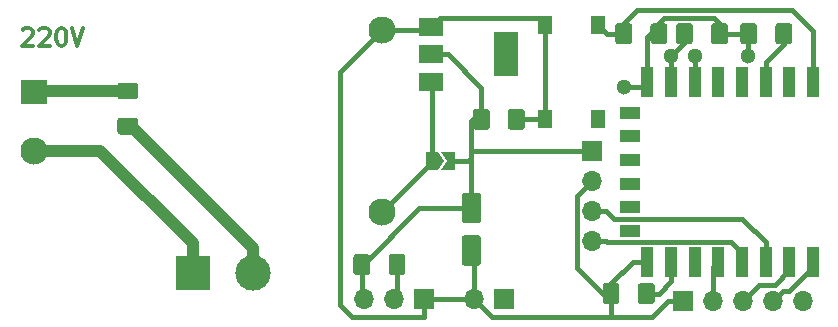
<source format=gbr>
G04 #@! TF.GenerationSoftware,KiCad,Pcbnew,(5.1.5-0-10_14)*
G04 #@! TF.CreationDate,2020-06-28T15:17:39+02:00*
G04 #@! TF.ProjectId,ESP8266-PowerMonitor,45535038-3236-4362-9d50-6f7765724d6f,rev?*
G04 #@! TF.SameCoordinates,Original*
G04 #@! TF.FileFunction,Copper,L1,Top*
G04 #@! TF.FilePolarity,Positive*
%FSLAX46Y46*%
G04 Gerber Fmt 4.6, Leading zero omitted, Abs format (unit mm)*
G04 Created by KiCad (PCBNEW (5.1.5-0-10_14)) date 2020-06-28 15:17:39*
%MOMM*%
%LPD*%
G04 APERTURE LIST*
%ADD10C,0.300000*%
%ADD11O,1.700000X1.700000*%
%ADD12R,1.700000X1.700000*%
%ADD13R,1.000000X2.500000*%
%ADD14R,1.800000X1.000000*%
%ADD15C,1.000000*%
%ADD16R,1.300000X1.550000*%
%ADD17R,2.000000X3.800000*%
%ADD18R,2.000000X1.500000*%
%ADD19R,3.000000X3.000000*%
%ADD20C,3.000000*%
%ADD21C,2.300000*%
%ADD22R,2.300000X2.000000*%
%ADD23C,1.300000*%
%ADD24C,0.400000*%
G04 APERTURE END LIST*
D10*
X109100000Y-93221428D02*
X109171428Y-93150000D01*
X109314285Y-93078571D01*
X109671428Y-93078571D01*
X109814285Y-93150000D01*
X109885714Y-93221428D01*
X109957142Y-93364285D01*
X109957142Y-93507142D01*
X109885714Y-93721428D01*
X109028571Y-94578571D01*
X109957142Y-94578571D01*
X110528571Y-93221428D02*
X110600000Y-93150000D01*
X110742857Y-93078571D01*
X111100000Y-93078571D01*
X111242857Y-93150000D01*
X111314285Y-93221428D01*
X111385714Y-93364285D01*
X111385714Y-93507142D01*
X111314285Y-93721428D01*
X110457142Y-94578571D01*
X111385714Y-94578571D01*
X112314285Y-93078571D02*
X112457142Y-93078571D01*
X112600000Y-93150000D01*
X112671428Y-93221428D01*
X112742857Y-93364285D01*
X112814285Y-93650000D01*
X112814285Y-94007142D01*
X112742857Y-94292857D01*
X112671428Y-94435714D01*
X112600000Y-94507142D01*
X112457142Y-94578571D01*
X112314285Y-94578571D01*
X112171428Y-94507142D01*
X112100000Y-94435714D01*
X112028571Y-94292857D01*
X111957142Y-94007142D01*
X111957142Y-93650000D01*
X112028571Y-93364285D01*
X112100000Y-93221428D01*
X112171428Y-93150000D01*
X112314285Y-93078571D01*
X113242857Y-93078571D02*
X113742857Y-94578571D01*
X114242857Y-93078571D01*
D11*
X157300000Y-111120000D03*
X157300000Y-108580000D03*
X157300000Y-106040000D03*
D12*
X157300000Y-103500000D03*
D13*
X176000000Y-97650000D03*
X174000000Y-97650000D03*
X172000000Y-97650000D03*
X170000000Y-97650000D03*
X168000000Y-97650000D03*
X166000000Y-97650000D03*
X164000000Y-97650000D03*
X162000000Y-97650000D03*
D14*
X160500000Y-100250000D03*
X160500000Y-102250000D03*
X160500000Y-104250000D03*
X160500000Y-106250000D03*
X160500000Y-108250000D03*
X160500000Y-110250000D03*
D13*
X162000000Y-112850000D03*
X164000000Y-112850000D03*
X166000000Y-112850000D03*
X168000000Y-112850000D03*
X170000000Y-112850000D03*
X172000000Y-112850000D03*
X174000000Y-112850000D03*
X176000000Y-112850000D03*
D12*
X165000000Y-116200000D03*
D11*
X167540000Y-116200000D03*
X170080000Y-116200000D03*
X172620000Y-116200000D03*
X175160000Y-116200000D03*
G04 #@! TA.AperFunction,SMDPad,CuDef*
D15*
G36*
X145700000Y-105050000D02*
G01*
X144550000Y-105050000D01*
X145050000Y-104300000D01*
X144550000Y-103550000D01*
X145700000Y-103550000D01*
X145700000Y-105050000D01*
G37*
G04 #@! TD.AperFunction*
G04 #@! TA.AperFunction,SMDPad,CuDef*
G36*
X144750000Y-104300000D02*
G01*
X144250000Y-105050000D01*
X143250000Y-105050000D01*
X143250000Y-103550000D01*
X144250000Y-103550000D01*
X144750000Y-104300000D01*
G37*
G04 #@! TD.AperFunction*
G04 #@! TA.AperFunction,SMDPad,CuDef*
G36*
X160487004Y-92676204D02*
G01*
X160511273Y-92679804D01*
X160535071Y-92685765D01*
X160558171Y-92694030D01*
X160580349Y-92704520D01*
X160601393Y-92717133D01*
X160621098Y-92731747D01*
X160639277Y-92748223D01*
X160655753Y-92766402D01*
X160670367Y-92786107D01*
X160682980Y-92807151D01*
X160693470Y-92829329D01*
X160701735Y-92852429D01*
X160707696Y-92876227D01*
X160711296Y-92900496D01*
X160712500Y-92925000D01*
X160712500Y-94175000D01*
X160711296Y-94199504D01*
X160707696Y-94223773D01*
X160701735Y-94247571D01*
X160693470Y-94270671D01*
X160682980Y-94292849D01*
X160670367Y-94313893D01*
X160655753Y-94333598D01*
X160639277Y-94351777D01*
X160621098Y-94368253D01*
X160601393Y-94382867D01*
X160580349Y-94395480D01*
X160558171Y-94405970D01*
X160535071Y-94414235D01*
X160511273Y-94420196D01*
X160487004Y-94423796D01*
X160462500Y-94425000D01*
X159537500Y-94425000D01*
X159512996Y-94423796D01*
X159488727Y-94420196D01*
X159464929Y-94414235D01*
X159441829Y-94405970D01*
X159419651Y-94395480D01*
X159398607Y-94382867D01*
X159378902Y-94368253D01*
X159360723Y-94351777D01*
X159344247Y-94333598D01*
X159329633Y-94313893D01*
X159317020Y-94292849D01*
X159306530Y-94270671D01*
X159298265Y-94247571D01*
X159292304Y-94223773D01*
X159288704Y-94199504D01*
X159287500Y-94175000D01*
X159287500Y-92925000D01*
X159288704Y-92900496D01*
X159292304Y-92876227D01*
X159298265Y-92852429D01*
X159306530Y-92829329D01*
X159317020Y-92807151D01*
X159329633Y-92786107D01*
X159344247Y-92766402D01*
X159360723Y-92748223D01*
X159378902Y-92731747D01*
X159398607Y-92717133D01*
X159419651Y-92704520D01*
X159441829Y-92694030D01*
X159464929Y-92685765D01*
X159488727Y-92679804D01*
X159512996Y-92676204D01*
X159537500Y-92675000D01*
X160462500Y-92675000D01*
X160487004Y-92676204D01*
G37*
G04 #@! TD.AperFunction*
G04 #@! TA.AperFunction,SMDPad,CuDef*
G36*
X163462004Y-92676204D02*
G01*
X163486273Y-92679804D01*
X163510071Y-92685765D01*
X163533171Y-92694030D01*
X163555349Y-92704520D01*
X163576393Y-92717133D01*
X163596098Y-92731747D01*
X163614277Y-92748223D01*
X163630753Y-92766402D01*
X163645367Y-92786107D01*
X163657980Y-92807151D01*
X163668470Y-92829329D01*
X163676735Y-92852429D01*
X163682696Y-92876227D01*
X163686296Y-92900496D01*
X163687500Y-92925000D01*
X163687500Y-94175000D01*
X163686296Y-94199504D01*
X163682696Y-94223773D01*
X163676735Y-94247571D01*
X163668470Y-94270671D01*
X163657980Y-94292849D01*
X163645367Y-94313893D01*
X163630753Y-94333598D01*
X163614277Y-94351777D01*
X163596098Y-94368253D01*
X163576393Y-94382867D01*
X163555349Y-94395480D01*
X163533171Y-94405970D01*
X163510071Y-94414235D01*
X163486273Y-94420196D01*
X163462004Y-94423796D01*
X163437500Y-94425000D01*
X162512500Y-94425000D01*
X162487996Y-94423796D01*
X162463727Y-94420196D01*
X162439929Y-94414235D01*
X162416829Y-94405970D01*
X162394651Y-94395480D01*
X162373607Y-94382867D01*
X162353902Y-94368253D01*
X162335723Y-94351777D01*
X162319247Y-94333598D01*
X162304633Y-94313893D01*
X162292020Y-94292849D01*
X162281530Y-94270671D01*
X162273265Y-94247571D01*
X162267304Y-94223773D01*
X162263704Y-94199504D01*
X162262500Y-94175000D01*
X162262500Y-92925000D01*
X162263704Y-92900496D01*
X162267304Y-92876227D01*
X162273265Y-92852429D01*
X162281530Y-92829329D01*
X162292020Y-92807151D01*
X162304633Y-92786107D01*
X162319247Y-92766402D01*
X162335723Y-92748223D01*
X162353902Y-92731747D01*
X162373607Y-92717133D01*
X162394651Y-92704520D01*
X162416829Y-92694030D01*
X162439929Y-92685765D01*
X162463727Y-92679804D01*
X162487996Y-92676204D01*
X162512500Y-92675000D01*
X163437500Y-92675000D01*
X163462004Y-92676204D01*
G37*
G04 #@! TD.AperFunction*
G04 #@! TA.AperFunction,SMDPad,CuDef*
G36*
X174037004Y-92676204D02*
G01*
X174061273Y-92679804D01*
X174085071Y-92685765D01*
X174108171Y-92694030D01*
X174130349Y-92704520D01*
X174151393Y-92717133D01*
X174171098Y-92731747D01*
X174189277Y-92748223D01*
X174205753Y-92766402D01*
X174220367Y-92786107D01*
X174232980Y-92807151D01*
X174243470Y-92829329D01*
X174251735Y-92852429D01*
X174257696Y-92876227D01*
X174261296Y-92900496D01*
X174262500Y-92925000D01*
X174262500Y-94175000D01*
X174261296Y-94199504D01*
X174257696Y-94223773D01*
X174251735Y-94247571D01*
X174243470Y-94270671D01*
X174232980Y-94292849D01*
X174220367Y-94313893D01*
X174205753Y-94333598D01*
X174189277Y-94351777D01*
X174171098Y-94368253D01*
X174151393Y-94382867D01*
X174130349Y-94395480D01*
X174108171Y-94405970D01*
X174085071Y-94414235D01*
X174061273Y-94420196D01*
X174037004Y-94423796D01*
X174012500Y-94425000D01*
X173087500Y-94425000D01*
X173062996Y-94423796D01*
X173038727Y-94420196D01*
X173014929Y-94414235D01*
X172991829Y-94405970D01*
X172969651Y-94395480D01*
X172948607Y-94382867D01*
X172928902Y-94368253D01*
X172910723Y-94351777D01*
X172894247Y-94333598D01*
X172879633Y-94313893D01*
X172867020Y-94292849D01*
X172856530Y-94270671D01*
X172848265Y-94247571D01*
X172842304Y-94223773D01*
X172838704Y-94199504D01*
X172837500Y-94175000D01*
X172837500Y-92925000D01*
X172838704Y-92900496D01*
X172842304Y-92876227D01*
X172848265Y-92852429D01*
X172856530Y-92829329D01*
X172867020Y-92807151D01*
X172879633Y-92786107D01*
X172894247Y-92766402D01*
X172910723Y-92748223D01*
X172928902Y-92731747D01*
X172948607Y-92717133D01*
X172969651Y-92704520D01*
X172991829Y-92694030D01*
X173014929Y-92685765D01*
X173038727Y-92679804D01*
X173062996Y-92676204D01*
X173087500Y-92675000D01*
X174012500Y-92675000D01*
X174037004Y-92676204D01*
G37*
G04 #@! TD.AperFunction*
G04 #@! TA.AperFunction,SMDPad,CuDef*
G36*
X171062004Y-92676204D02*
G01*
X171086273Y-92679804D01*
X171110071Y-92685765D01*
X171133171Y-92694030D01*
X171155349Y-92704520D01*
X171176393Y-92717133D01*
X171196098Y-92731747D01*
X171214277Y-92748223D01*
X171230753Y-92766402D01*
X171245367Y-92786107D01*
X171257980Y-92807151D01*
X171268470Y-92829329D01*
X171276735Y-92852429D01*
X171282696Y-92876227D01*
X171286296Y-92900496D01*
X171287500Y-92925000D01*
X171287500Y-94175000D01*
X171286296Y-94199504D01*
X171282696Y-94223773D01*
X171276735Y-94247571D01*
X171268470Y-94270671D01*
X171257980Y-94292849D01*
X171245367Y-94313893D01*
X171230753Y-94333598D01*
X171214277Y-94351777D01*
X171196098Y-94368253D01*
X171176393Y-94382867D01*
X171155349Y-94395480D01*
X171133171Y-94405970D01*
X171110071Y-94414235D01*
X171086273Y-94420196D01*
X171062004Y-94423796D01*
X171037500Y-94425000D01*
X170112500Y-94425000D01*
X170087996Y-94423796D01*
X170063727Y-94420196D01*
X170039929Y-94414235D01*
X170016829Y-94405970D01*
X169994651Y-94395480D01*
X169973607Y-94382867D01*
X169953902Y-94368253D01*
X169935723Y-94351777D01*
X169919247Y-94333598D01*
X169904633Y-94313893D01*
X169892020Y-94292849D01*
X169881530Y-94270671D01*
X169873265Y-94247571D01*
X169867304Y-94223773D01*
X169863704Y-94199504D01*
X169862500Y-94175000D01*
X169862500Y-92925000D01*
X169863704Y-92900496D01*
X169867304Y-92876227D01*
X169873265Y-92852429D01*
X169881530Y-92829329D01*
X169892020Y-92807151D01*
X169904633Y-92786107D01*
X169919247Y-92766402D01*
X169935723Y-92748223D01*
X169953902Y-92731747D01*
X169973607Y-92717133D01*
X169994651Y-92704520D01*
X170016829Y-92694030D01*
X170039929Y-92685765D01*
X170063727Y-92679804D01*
X170087996Y-92676204D01*
X170112500Y-92675000D01*
X171037500Y-92675000D01*
X171062004Y-92676204D01*
G37*
G04 #@! TD.AperFunction*
G04 #@! TA.AperFunction,SMDPad,CuDef*
G36*
X168587004Y-92676204D02*
G01*
X168611273Y-92679804D01*
X168635071Y-92685765D01*
X168658171Y-92694030D01*
X168680349Y-92704520D01*
X168701393Y-92717133D01*
X168721098Y-92731747D01*
X168739277Y-92748223D01*
X168755753Y-92766402D01*
X168770367Y-92786107D01*
X168782980Y-92807151D01*
X168793470Y-92829329D01*
X168801735Y-92852429D01*
X168807696Y-92876227D01*
X168811296Y-92900496D01*
X168812500Y-92925000D01*
X168812500Y-94175000D01*
X168811296Y-94199504D01*
X168807696Y-94223773D01*
X168801735Y-94247571D01*
X168793470Y-94270671D01*
X168782980Y-94292849D01*
X168770367Y-94313893D01*
X168755753Y-94333598D01*
X168739277Y-94351777D01*
X168721098Y-94368253D01*
X168701393Y-94382867D01*
X168680349Y-94395480D01*
X168658171Y-94405970D01*
X168635071Y-94414235D01*
X168611273Y-94420196D01*
X168587004Y-94423796D01*
X168562500Y-94425000D01*
X167637500Y-94425000D01*
X167612996Y-94423796D01*
X167588727Y-94420196D01*
X167564929Y-94414235D01*
X167541829Y-94405970D01*
X167519651Y-94395480D01*
X167498607Y-94382867D01*
X167478902Y-94368253D01*
X167460723Y-94351777D01*
X167444247Y-94333598D01*
X167429633Y-94313893D01*
X167417020Y-94292849D01*
X167406530Y-94270671D01*
X167398265Y-94247571D01*
X167392304Y-94223773D01*
X167388704Y-94199504D01*
X167387500Y-94175000D01*
X167387500Y-92925000D01*
X167388704Y-92900496D01*
X167392304Y-92876227D01*
X167398265Y-92852429D01*
X167406530Y-92829329D01*
X167417020Y-92807151D01*
X167429633Y-92786107D01*
X167444247Y-92766402D01*
X167460723Y-92748223D01*
X167478902Y-92731747D01*
X167498607Y-92717133D01*
X167519651Y-92704520D01*
X167541829Y-92694030D01*
X167564929Y-92685765D01*
X167588727Y-92679804D01*
X167612996Y-92676204D01*
X167637500Y-92675000D01*
X168562500Y-92675000D01*
X168587004Y-92676204D01*
G37*
G04 #@! TD.AperFunction*
G04 #@! TA.AperFunction,SMDPad,CuDef*
G36*
X165612004Y-92676204D02*
G01*
X165636273Y-92679804D01*
X165660071Y-92685765D01*
X165683171Y-92694030D01*
X165705349Y-92704520D01*
X165726393Y-92717133D01*
X165746098Y-92731747D01*
X165764277Y-92748223D01*
X165780753Y-92766402D01*
X165795367Y-92786107D01*
X165807980Y-92807151D01*
X165818470Y-92829329D01*
X165826735Y-92852429D01*
X165832696Y-92876227D01*
X165836296Y-92900496D01*
X165837500Y-92925000D01*
X165837500Y-94175000D01*
X165836296Y-94199504D01*
X165832696Y-94223773D01*
X165826735Y-94247571D01*
X165818470Y-94270671D01*
X165807980Y-94292849D01*
X165795367Y-94313893D01*
X165780753Y-94333598D01*
X165764277Y-94351777D01*
X165746098Y-94368253D01*
X165726393Y-94382867D01*
X165705349Y-94395480D01*
X165683171Y-94405970D01*
X165660071Y-94414235D01*
X165636273Y-94420196D01*
X165612004Y-94423796D01*
X165587500Y-94425000D01*
X164662500Y-94425000D01*
X164637996Y-94423796D01*
X164613727Y-94420196D01*
X164589929Y-94414235D01*
X164566829Y-94405970D01*
X164544651Y-94395480D01*
X164523607Y-94382867D01*
X164503902Y-94368253D01*
X164485723Y-94351777D01*
X164469247Y-94333598D01*
X164454633Y-94313893D01*
X164442020Y-94292849D01*
X164431530Y-94270671D01*
X164423265Y-94247571D01*
X164417304Y-94223773D01*
X164413704Y-94199504D01*
X164412500Y-94175000D01*
X164412500Y-92925000D01*
X164413704Y-92900496D01*
X164417304Y-92876227D01*
X164423265Y-92852429D01*
X164431530Y-92829329D01*
X164442020Y-92807151D01*
X164454633Y-92786107D01*
X164469247Y-92766402D01*
X164485723Y-92748223D01*
X164503902Y-92731747D01*
X164523607Y-92717133D01*
X164544651Y-92704520D01*
X164566829Y-92694030D01*
X164589929Y-92685765D01*
X164613727Y-92679804D01*
X164637996Y-92676204D01*
X164662500Y-92675000D01*
X165587500Y-92675000D01*
X165612004Y-92676204D01*
G37*
G04 #@! TD.AperFunction*
G04 #@! TA.AperFunction,SMDPad,CuDef*
G36*
X162387004Y-114676204D02*
G01*
X162411273Y-114679804D01*
X162435071Y-114685765D01*
X162458171Y-114694030D01*
X162480349Y-114704520D01*
X162501393Y-114717133D01*
X162521098Y-114731747D01*
X162539277Y-114748223D01*
X162555753Y-114766402D01*
X162570367Y-114786107D01*
X162582980Y-114807151D01*
X162593470Y-114829329D01*
X162601735Y-114852429D01*
X162607696Y-114876227D01*
X162611296Y-114900496D01*
X162612500Y-114925000D01*
X162612500Y-116175000D01*
X162611296Y-116199504D01*
X162607696Y-116223773D01*
X162601735Y-116247571D01*
X162593470Y-116270671D01*
X162582980Y-116292849D01*
X162570367Y-116313893D01*
X162555753Y-116333598D01*
X162539277Y-116351777D01*
X162521098Y-116368253D01*
X162501393Y-116382867D01*
X162480349Y-116395480D01*
X162458171Y-116405970D01*
X162435071Y-116414235D01*
X162411273Y-116420196D01*
X162387004Y-116423796D01*
X162362500Y-116425000D01*
X161437500Y-116425000D01*
X161412996Y-116423796D01*
X161388727Y-116420196D01*
X161364929Y-116414235D01*
X161341829Y-116405970D01*
X161319651Y-116395480D01*
X161298607Y-116382867D01*
X161278902Y-116368253D01*
X161260723Y-116351777D01*
X161244247Y-116333598D01*
X161229633Y-116313893D01*
X161217020Y-116292849D01*
X161206530Y-116270671D01*
X161198265Y-116247571D01*
X161192304Y-116223773D01*
X161188704Y-116199504D01*
X161187500Y-116175000D01*
X161187500Y-114925000D01*
X161188704Y-114900496D01*
X161192304Y-114876227D01*
X161198265Y-114852429D01*
X161206530Y-114829329D01*
X161217020Y-114807151D01*
X161229633Y-114786107D01*
X161244247Y-114766402D01*
X161260723Y-114748223D01*
X161278902Y-114731747D01*
X161298607Y-114717133D01*
X161319651Y-114704520D01*
X161341829Y-114694030D01*
X161364929Y-114685765D01*
X161388727Y-114679804D01*
X161412996Y-114676204D01*
X161437500Y-114675000D01*
X162362500Y-114675000D01*
X162387004Y-114676204D01*
G37*
G04 #@! TD.AperFunction*
G04 #@! TA.AperFunction,SMDPad,CuDef*
G36*
X159412004Y-114676204D02*
G01*
X159436273Y-114679804D01*
X159460071Y-114685765D01*
X159483171Y-114694030D01*
X159505349Y-114704520D01*
X159526393Y-114717133D01*
X159546098Y-114731747D01*
X159564277Y-114748223D01*
X159580753Y-114766402D01*
X159595367Y-114786107D01*
X159607980Y-114807151D01*
X159618470Y-114829329D01*
X159626735Y-114852429D01*
X159632696Y-114876227D01*
X159636296Y-114900496D01*
X159637500Y-114925000D01*
X159637500Y-116175000D01*
X159636296Y-116199504D01*
X159632696Y-116223773D01*
X159626735Y-116247571D01*
X159618470Y-116270671D01*
X159607980Y-116292849D01*
X159595367Y-116313893D01*
X159580753Y-116333598D01*
X159564277Y-116351777D01*
X159546098Y-116368253D01*
X159526393Y-116382867D01*
X159505349Y-116395480D01*
X159483171Y-116405970D01*
X159460071Y-116414235D01*
X159436273Y-116420196D01*
X159412004Y-116423796D01*
X159387500Y-116425000D01*
X158462500Y-116425000D01*
X158437996Y-116423796D01*
X158413727Y-116420196D01*
X158389929Y-116414235D01*
X158366829Y-116405970D01*
X158344651Y-116395480D01*
X158323607Y-116382867D01*
X158303902Y-116368253D01*
X158285723Y-116351777D01*
X158269247Y-116333598D01*
X158254633Y-116313893D01*
X158242020Y-116292849D01*
X158231530Y-116270671D01*
X158223265Y-116247571D01*
X158217304Y-116223773D01*
X158213704Y-116199504D01*
X158212500Y-116175000D01*
X158212500Y-114925000D01*
X158213704Y-114900496D01*
X158217304Y-114876227D01*
X158223265Y-114852429D01*
X158231530Y-114829329D01*
X158242020Y-114807151D01*
X158254633Y-114786107D01*
X158269247Y-114766402D01*
X158285723Y-114748223D01*
X158303902Y-114731747D01*
X158323607Y-114717133D01*
X158344651Y-114704520D01*
X158366829Y-114694030D01*
X158389929Y-114685765D01*
X158413727Y-114679804D01*
X158437996Y-114676204D01*
X158462500Y-114675000D01*
X159387500Y-114675000D01*
X159412004Y-114676204D01*
G37*
G04 #@! TD.AperFunction*
D16*
X153350000Y-92825000D03*
X157850000Y-92825000D03*
X157850000Y-100775000D03*
X153350000Y-100775000D03*
D17*
X150000000Y-95300000D03*
D18*
X143700000Y-95300000D03*
X143700000Y-97600000D03*
X143700000Y-93000000D03*
D12*
X143050000Y-116050000D03*
D11*
X140510000Y-116050000D03*
X137970000Y-116050000D03*
G04 #@! TA.AperFunction,SMDPad,CuDef*
D15*
G36*
X147674504Y-107001204D02*
G01*
X147698773Y-107004804D01*
X147722571Y-107010765D01*
X147745671Y-107019030D01*
X147767849Y-107029520D01*
X147788893Y-107042133D01*
X147808598Y-107056747D01*
X147826777Y-107073223D01*
X147843253Y-107091402D01*
X147857867Y-107111107D01*
X147870480Y-107132151D01*
X147880970Y-107154329D01*
X147889235Y-107177429D01*
X147895196Y-107201227D01*
X147898796Y-107225496D01*
X147900000Y-107250000D01*
X147900000Y-109350000D01*
X147898796Y-109374504D01*
X147895196Y-109398773D01*
X147889235Y-109422571D01*
X147880970Y-109445671D01*
X147870480Y-109467849D01*
X147857867Y-109488893D01*
X147843253Y-109508598D01*
X147826777Y-109526777D01*
X147808598Y-109543253D01*
X147788893Y-109557867D01*
X147767849Y-109570480D01*
X147745671Y-109580970D01*
X147722571Y-109589235D01*
X147698773Y-109595196D01*
X147674504Y-109598796D01*
X147650000Y-109600000D01*
X146550000Y-109600000D01*
X146525496Y-109598796D01*
X146501227Y-109595196D01*
X146477429Y-109589235D01*
X146454329Y-109580970D01*
X146432151Y-109570480D01*
X146411107Y-109557867D01*
X146391402Y-109543253D01*
X146373223Y-109526777D01*
X146356747Y-109508598D01*
X146342133Y-109488893D01*
X146329520Y-109467849D01*
X146319030Y-109445671D01*
X146310765Y-109422571D01*
X146304804Y-109398773D01*
X146301204Y-109374504D01*
X146300000Y-109350000D01*
X146300000Y-107250000D01*
X146301204Y-107225496D01*
X146304804Y-107201227D01*
X146310765Y-107177429D01*
X146319030Y-107154329D01*
X146329520Y-107132151D01*
X146342133Y-107111107D01*
X146356747Y-107091402D01*
X146373223Y-107073223D01*
X146391402Y-107056747D01*
X146411107Y-107042133D01*
X146432151Y-107029520D01*
X146454329Y-107019030D01*
X146477429Y-107010765D01*
X146501227Y-107004804D01*
X146525496Y-107001204D01*
X146550000Y-107000000D01*
X147650000Y-107000000D01*
X147674504Y-107001204D01*
G37*
G04 #@! TD.AperFunction*
G04 #@! TA.AperFunction,SMDPad,CuDef*
G36*
X147674504Y-110601204D02*
G01*
X147698773Y-110604804D01*
X147722571Y-110610765D01*
X147745671Y-110619030D01*
X147767849Y-110629520D01*
X147788893Y-110642133D01*
X147808598Y-110656747D01*
X147826777Y-110673223D01*
X147843253Y-110691402D01*
X147857867Y-110711107D01*
X147870480Y-110732151D01*
X147880970Y-110754329D01*
X147889235Y-110777429D01*
X147895196Y-110801227D01*
X147898796Y-110825496D01*
X147900000Y-110850000D01*
X147900000Y-112950000D01*
X147898796Y-112974504D01*
X147895196Y-112998773D01*
X147889235Y-113022571D01*
X147880970Y-113045671D01*
X147870480Y-113067849D01*
X147857867Y-113088893D01*
X147843253Y-113108598D01*
X147826777Y-113126777D01*
X147808598Y-113143253D01*
X147788893Y-113157867D01*
X147767849Y-113170480D01*
X147745671Y-113180970D01*
X147722571Y-113189235D01*
X147698773Y-113195196D01*
X147674504Y-113198796D01*
X147650000Y-113200000D01*
X146550000Y-113200000D01*
X146525496Y-113198796D01*
X146501227Y-113195196D01*
X146477429Y-113189235D01*
X146454329Y-113180970D01*
X146432151Y-113170480D01*
X146411107Y-113157867D01*
X146391402Y-113143253D01*
X146373223Y-113126777D01*
X146356747Y-113108598D01*
X146342133Y-113088893D01*
X146329520Y-113067849D01*
X146319030Y-113045671D01*
X146310765Y-113022571D01*
X146304804Y-112998773D01*
X146301204Y-112974504D01*
X146300000Y-112950000D01*
X146300000Y-110850000D01*
X146301204Y-110825496D01*
X146304804Y-110801227D01*
X146310765Y-110777429D01*
X146319030Y-110754329D01*
X146329520Y-110732151D01*
X146342133Y-110711107D01*
X146356747Y-110691402D01*
X146373223Y-110673223D01*
X146391402Y-110656747D01*
X146411107Y-110642133D01*
X146432151Y-110629520D01*
X146454329Y-110619030D01*
X146477429Y-110610765D01*
X146501227Y-110604804D01*
X146525496Y-110601204D01*
X146550000Y-110600000D01*
X147650000Y-110600000D01*
X147674504Y-110601204D01*
G37*
G04 #@! TD.AperFunction*
G04 #@! TA.AperFunction,SMDPad,CuDef*
G36*
X151387004Y-99926204D02*
G01*
X151411273Y-99929804D01*
X151435071Y-99935765D01*
X151458171Y-99944030D01*
X151480349Y-99954520D01*
X151501393Y-99967133D01*
X151521098Y-99981747D01*
X151539277Y-99998223D01*
X151555753Y-100016402D01*
X151570367Y-100036107D01*
X151582980Y-100057151D01*
X151593470Y-100079329D01*
X151601735Y-100102429D01*
X151607696Y-100126227D01*
X151611296Y-100150496D01*
X151612500Y-100175000D01*
X151612500Y-101425000D01*
X151611296Y-101449504D01*
X151607696Y-101473773D01*
X151601735Y-101497571D01*
X151593470Y-101520671D01*
X151582980Y-101542849D01*
X151570367Y-101563893D01*
X151555753Y-101583598D01*
X151539277Y-101601777D01*
X151521098Y-101618253D01*
X151501393Y-101632867D01*
X151480349Y-101645480D01*
X151458171Y-101655970D01*
X151435071Y-101664235D01*
X151411273Y-101670196D01*
X151387004Y-101673796D01*
X151362500Y-101675000D01*
X150437500Y-101675000D01*
X150412996Y-101673796D01*
X150388727Y-101670196D01*
X150364929Y-101664235D01*
X150341829Y-101655970D01*
X150319651Y-101645480D01*
X150298607Y-101632867D01*
X150278902Y-101618253D01*
X150260723Y-101601777D01*
X150244247Y-101583598D01*
X150229633Y-101563893D01*
X150217020Y-101542849D01*
X150206530Y-101520671D01*
X150198265Y-101497571D01*
X150192304Y-101473773D01*
X150188704Y-101449504D01*
X150187500Y-101425000D01*
X150187500Y-100175000D01*
X150188704Y-100150496D01*
X150192304Y-100126227D01*
X150198265Y-100102429D01*
X150206530Y-100079329D01*
X150217020Y-100057151D01*
X150229633Y-100036107D01*
X150244247Y-100016402D01*
X150260723Y-99998223D01*
X150278902Y-99981747D01*
X150298607Y-99967133D01*
X150319651Y-99954520D01*
X150341829Y-99944030D01*
X150364929Y-99935765D01*
X150388727Y-99929804D01*
X150412996Y-99926204D01*
X150437500Y-99925000D01*
X151362500Y-99925000D01*
X151387004Y-99926204D01*
G37*
G04 #@! TD.AperFunction*
G04 #@! TA.AperFunction,SMDPad,CuDef*
G36*
X148412004Y-99926204D02*
G01*
X148436273Y-99929804D01*
X148460071Y-99935765D01*
X148483171Y-99944030D01*
X148505349Y-99954520D01*
X148526393Y-99967133D01*
X148546098Y-99981747D01*
X148564277Y-99998223D01*
X148580753Y-100016402D01*
X148595367Y-100036107D01*
X148607980Y-100057151D01*
X148618470Y-100079329D01*
X148626735Y-100102429D01*
X148632696Y-100126227D01*
X148636296Y-100150496D01*
X148637500Y-100175000D01*
X148637500Y-101425000D01*
X148636296Y-101449504D01*
X148632696Y-101473773D01*
X148626735Y-101497571D01*
X148618470Y-101520671D01*
X148607980Y-101542849D01*
X148595367Y-101563893D01*
X148580753Y-101583598D01*
X148564277Y-101601777D01*
X148546098Y-101618253D01*
X148526393Y-101632867D01*
X148505349Y-101645480D01*
X148483171Y-101655970D01*
X148460071Y-101664235D01*
X148436273Y-101670196D01*
X148412004Y-101673796D01*
X148387500Y-101675000D01*
X147462500Y-101675000D01*
X147437996Y-101673796D01*
X147413727Y-101670196D01*
X147389929Y-101664235D01*
X147366829Y-101655970D01*
X147344651Y-101645480D01*
X147323607Y-101632867D01*
X147303902Y-101618253D01*
X147285723Y-101601777D01*
X147269247Y-101583598D01*
X147254633Y-101563893D01*
X147242020Y-101542849D01*
X147231530Y-101520671D01*
X147223265Y-101497571D01*
X147217304Y-101473773D01*
X147213704Y-101449504D01*
X147212500Y-101425000D01*
X147212500Y-100175000D01*
X147213704Y-100150496D01*
X147217304Y-100126227D01*
X147223265Y-100102429D01*
X147231530Y-100079329D01*
X147242020Y-100057151D01*
X147254633Y-100036107D01*
X147269247Y-100016402D01*
X147285723Y-99998223D01*
X147303902Y-99981747D01*
X147323607Y-99967133D01*
X147344651Y-99954520D01*
X147366829Y-99944030D01*
X147389929Y-99935765D01*
X147413727Y-99929804D01*
X147437996Y-99926204D01*
X147462500Y-99925000D01*
X148387500Y-99925000D01*
X148412004Y-99926204D01*
G37*
G04 #@! TD.AperFunction*
D12*
X149900000Y-116000000D03*
D11*
X147360000Y-116000000D03*
G04 #@! TA.AperFunction,SMDPad,CuDef*
D15*
G36*
X141287004Y-112226204D02*
G01*
X141311273Y-112229804D01*
X141335071Y-112235765D01*
X141358171Y-112244030D01*
X141380349Y-112254520D01*
X141401393Y-112267133D01*
X141421098Y-112281747D01*
X141439277Y-112298223D01*
X141455753Y-112316402D01*
X141470367Y-112336107D01*
X141482980Y-112357151D01*
X141493470Y-112379329D01*
X141501735Y-112402429D01*
X141507696Y-112426227D01*
X141511296Y-112450496D01*
X141512500Y-112475000D01*
X141512500Y-113725000D01*
X141511296Y-113749504D01*
X141507696Y-113773773D01*
X141501735Y-113797571D01*
X141493470Y-113820671D01*
X141482980Y-113842849D01*
X141470367Y-113863893D01*
X141455753Y-113883598D01*
X141439277Y-113901777D01*
X141421098Y-113918253D01*
X141401393Y-113932867D01*
X141380349Y-113945480D01*
X141358171Y-113955970D01*
X141335071Y-113964235D01*
X141311273Y-113970196D01*
X141287004Y-113973796D01*
X141262500Y-113975000D01*
X140337500Y-113975000D01*
X140312996Y-113973796D01*
X140288727Y-113970196D01*
X140264929Y-113964235D01*
X140241829Y-113955970D01*
X140219651Y-113945480D01*
X140198607Y-113932867D01*
X140178902Y-113918253D01*
X140160723Y-113901777D01*
X140144247Y-113883598D01*
X140129633Y-113863893D01*
X140117020Y-113842849D01*
X140106530Y-113820671D01*
X140098265Y-113797571D01*
X140092304Y-113773773D01*
X140088704Y-113749504D01*
X140087500Y-113725000D01*
X140087500Y-112475000D01*
X140088704Y-112450496D01*
X140092304Y-112426227D01*
X140098265Y-112402429D01*
X140106530Y-112379329D01*
X140117020Y-112357151D01*
X140129633Y-112336107D01*
X140144247Y-112316402D01*
X140160723Y-112298223D01*
X140178902Y-112281747D01*
X140198607Y-112267133D01*
X140219651Y-112254520D01*
X140241829Y-112244030D01*
X140264929Y-112235765D01*
X140288727Y-112229804D01*
X140312996Y-112226204D01*
X140337500Y-112225000D01*
X141262500Y-112225000D01*
X141287004Y-112226204D01*
G37*
G04 #@! TD.AperFunction*
G04 #@! TA.AperFunction,SMDPad,CuDef*
G36*
X138312004Y-112226204D02*
G01*
X138336273Y-112229804D01*
X138360071Y-112235765D01*
X138383171Y-112244030D01*
X138405349Y-112254520D01*
X138426393Y-112267133D01*
X138446098Y-112281747D01*
X138464277Y-112298223D01*
X138480753Y-112316402D01*
X138495367Y-112336107D01*
X138507980Y-112357151D01*
X138518470Y-112379329D01*
X138526735Y-112402429D01*
X138532696Y-112426227D01*
X138536296Y-112450496D01*
X138537500Y-112475000D01*
X138537500Y-113725000D01*
X138536296Y-113749504D01*
X138532696Y-113773773D01*
X138526735Y-113797571D01*
X138518470Y-113820671D01*
X138507980Y-113842849D01*
X138495367Y-113863893D01*
X138480753Y-113883598D01*
X138464277Y-113901777D01*
X138446098Y-113918253D01*
X138426393Y-113932867D01*
X138405349Y-113945480D01*
X138383171Y-113955970D01*
X138360071Y-113964235D01*
X138336273Y-113970196D01*
X138312004Y-113973796D01*
X138287500Y-113975000D01*
X137362500Y-113975000D01*
X137337996Y-113973796D01*
X137313727Y-113970196D01*
X137289929Y-113964235D01*
X137266829Y-113955970D01*
X137244651Y-113945480D01*
X137223607Y-113932867D01*
X137203902Y-113918253D01*
X137185723Y-113901777D01*
X137169247Y-113883598D01*
X137154633Y-113863893D01*
X137142020Y-113842849D01*
X137131530Y-113820671D01*
X137123265Y-113797571D01*
X137117304Y-113773773D01*
X137113704Y-113749504D01*
X137112500Y-113725000D01*
X137112500Y-112475000D01*
X137113704Y-112450496D01*
X137117304Y-112426227D01*
X137123265Y-112402429D01*
X137131530Y-112379329D01*
X137142020Y-112357151D01*
X137154633Y-112336107D01*
X137169247Y-112316402D01*
X137185723Y-112298223D01*
X137203902Y-112281747D01*
X137223607Y-112267133D01*
X137244651Y-112254520D01*
X137266829Y-112244030D01*
X137289929Y-112235765D01*
X137313727Y-112229804D01*
X137337996Y-112226204D01*
X137362500Y-112225000D01*
X138287500Y-112225000D01*
X138312004Y-112226204D01*
G37*
G04 #@! TD.AperFunction*
G04 #@! TA.AperFunction,SMDPad,CuDef*
G36*
X118649504Y-97688704D02*
G01*
X118673773Y-97692304D01*
X118697571Y-97698265D01*
X118720671Y-97706530D01*
X118742849Y-97717020D01*
X118763893Y-97729633D01*
X118783598Y-97744247D01*
X118801777Y-97760723D01*
X118818253Y-97778902D01*
X118832867Y-97798607D01*
X118845480Y-97819651D01*
X118855970Y-97841829D01*
X118864235Y-97864929D01*
X118870196Y-97888727D01*
X118873796Y-97912996D01*
X118875000Y-97937500D01*
X118875000Y-98862500D01*
X118873796Y-98887004D01*
X118870196Y-98911273D01*
X118864235Y-98935071D01*
X118855970Y-98958171D01*
X118845480Y-98980349D01*
X118832867Y-99001393D01*
X118818253Y-99021098D01*
X118801777Y-99039277D01*
X118783598Y-99055753D01*
X118763893Y-99070367D01*
X118742849Y-99082980D01*
X118720671Y-99093470D01*
X118697571Y-99101735D01*
X118673773Y-99107696D01*
X118649504Y-99111296D01*
X118625000Y-99112500D01*
X117375000Y-99112500D01*
X117350496Y-99111296D01*
X117326227Y-99107696D01*
X117302429Y-99101735D01*
X117279329Y-99093470D01*
X117257151Y-99082980D01*
X117236107Y-99070367D01*
X117216402Y-99055753D01*
X117198223Y-99039277D01*
X117181747Y-99021098D01*
X117167133Y-99001393D01*
X117154520Y-98980349D01*
X117144030Y-98958171D01*
X117135765Y-98935071D01*
X117129804Y-98911273D01*
X117126204Y-98887004D01*
X117125000Y-98862500D01*
X117125000Y-97937500D01*
X117126204Y-97912996D01*
X117129804Y-97888727D01*
X117135765Y-97864929D01*
X117144030Y-97841829D01*
X117154520Y-97819651D01*
X117167133Y-97798607D01*
X117181747Y-97778902D01*
X117198223Y-97760723D01*
X117216402Y-97744247D01*
X117236107Y-97729633D01*
X117257151Y-97717020D01*
X117279329Y-97706530D01*
X117302429Y-97698265D01*
X117326227Y-97692304D01*
X117350496Y-97688704D01*
X117375000Y-97687500D01*
X118625000Y-97687500D01*
X118649504Y-97688704D01*
G37*
G04 #@! TD.AperFunction*
G04 #@! TA.AperFunction,SMDPad,CuDef*
G36*
X118649504Y-100663704D02*
G01*
X118673773Y-100667304D01*
X118697571Y-100673265D01*
X118720671Y-100681530D01*
X118742849Y-100692020D01*
X118763893Y-100704633D01*
X118783598Y-100719247D01*
X118801777Y-100735723D01*
X118818253Y-100753902D01*
X118832867Y-100773607D01*
X118845480Y-100794651D01*
X118855970Y-100816829D01*
X118864235Y-100839929D01*
X118870196Y-100863727D01*
X118873796Y-100887996D01*
X118875000Y-100912500D01*
X118875000Y-101837500D01*
X118873796Y-101862004D01*
X118870196Y-101886273D01*
X118864235Y-101910071D01*
X118855970Y-101933171D01*
X118845480Y-101955349D01*
X118832867Y-101976393D01*
X118818253Y-101996098D01*
X118801777Y-102014277D01*
X118783598Y-102030753D01*
X118763893Y-102045367D01*
X118742849Y-102057980D01*
X118720671Y-102068470D01*
X118697571Y-102076735D01*
X118673773Y-102082696D01*
X118649504Y-102086296D01*
X118625000Y-102087500D01*
X117375000Y-102087500D01*
X117350496Y-102086296D01*
X117326227Y-102082696D01*
X117302429Y-102076735D01*
X117279329Y-102068470D01*
X117257151Y-102057980D01*
X117236107Y-102045367D01*
X117216402Y-102030753D01*
X117198223Y-102014277D01*
X117181747Y-101996098D01*
X117167133Y-101976393D01*
X117154520Y-101955349D01*
X117144030Y-101933171D01*
X117135765Y-101910071D01*
X117129804Y-101886273D01*
X117126204Y-101862004D01*
X117125000Y-101837500D01*
X117125000Y-100912500D01*
X117126204Y-100887996D01*
X117129804Y-100863727D01*
X117135765Y-100839929D01*
X117144030Y-100816829D01*
X117154520Y-100794651D01*
X117167133Y-100773607D01*
X117181747Y-100753902D01*
X117198223Y-100735723D01*
X117216402Y-100719247D01*
X117236107Y-100704633D01*
X117257151Y-100692020D01*
X117279329Y-100681530D01*
X117302429Y-100673265D01*
X117326227Y-100667304D01*
X117350496Y-100663704D01*
X117375000Y-100662500D01*
X118625000Y-100662500D01*
X118649504Y-100663704D01*
G37*
G04 #@! TD.AperFunction*
D19*
X123500000Y-113800000D03*
D20*
X128580000Y-113800000D03*
D21*
X139500000Y-93250000D03*
D22*
X110100000Y-98450000D03*
D21*
X110100000Y-103450000D03*
X139500000Y-108650000D03*
D23*
X170550000Y-95400000D03*
X160050000Y-98050000D03*
X164000000Y-95450000D03*
X166000000Y-95400000D03*
D24*
X143450000Y-93250000D02*
X143700000Y-93000000D01*
X139500000Y-93250000D02*
X143450000Y-93250000D01*
X152775000Y-92250000D02*
X153350000Y-92825000D01*
X144450000Y-92250000D02*
X152775000Y-92250000D01*
X143700000Y-93000000D02*
X144450000Y-92250000D01*
X153325000Y-100800000D02*
X153350000Y-100775000D01*
X150900000Y-100800000D02*
X153325000Y-100800000D01*
X147310000Y-116050000D02*
X147360000Y-116000000D01*
X143050000Y-116050000D02*
X147310000Y-116050000D01*
X163750000Y-116200000D02*
X165000000Y-116200000D01*
X162425010Y-117524990D02*
X163750000Y-116200000D01*
X147360000Y-116000000D02*
X148884990Y-117524990D01*
X158925000Y-117524980D02*
X158925000Y-115550000D01*
X158924990Y-117524990D02*
X158925000Y-117524980D01*
X148884990Y-117524990D02*
X158924990Y-117524990D01*
X158924990Y-117524990D02*
X162425010Y-117524990D01*
X161100000Y-112850000D02*
X162000000Y-112850000D01*
X160750000Y-112850000D02*
X161100000Y-112850000D01*
X158925000Y-114675000D02*
X160750000Y-112850000D01*
X158925000Y-115550000D02*
X158925000Y-114675000D01*
X138350001Y-94399999D02*
X139500000Y-93250000D01*
X143050000Y-116050000D02*
X143049999Y-117524990D01*
X135950000Y-116500000D02*
X135950000Y-96800000D01*
X135950000Y-96800000D02*
X138350001Y-94399999D01*
X136974990Y-117524990D02*
X135950000Y-116500000D01*
X143049999Y-117524990D02*
X136974990Y-117524990D01*
X147360000Y-112160000D02*
X147100000Y-111900000D01*
X147360000Y-116000000D02*
X147360000Y-112160000D01*
X156450001Y-106889999D02*
X157300000Y-106040000D01*
X156049999Y-113387499D02*
X156049999Y-107290001D01*
X156049999Y-107290001D02*
X156450001Y-106889999D01*
X158212500Y-115550000D02*
X156049999Y-113387499D01*
X158925000Y-115550000D02*
X158212500Y-115550000D01*
X153350000Y-100900000D02*
X153350000Y-100775000D01*
X153350000Y-100775000D02*
X153350000Y-92825000D01*
X143750000Y-104400000D02*
X143750000Y-104300000D01*
X139500000Y-108650000D02*
X143750000Y-104400000D01*
X143750000Y-97650000D02*
X143700000Y-97600000D01*
X143750000Y-104300000D02*
X143750000Y-97650000D01*
X168100000Y-93550000D02*
X170575000Y-93550000D01*
X168100000Y-92675000D02*
X168100000Y-93550000D01*
X167625000Y-92200000D02*
X168100000Y-92675000D01*
X163400000Y-92200000D02*
X167625000Y-92200000D01*
X162975000Y-92625000D02*
X163400000Y-92200000D01*
X162975000Y-93550000D02*
X162975000Y-92625000D01*
X162262500Y-93550000D02*
X162975000Y-93550000D01*
X162000000Y-93812500D02*
X162262500Y-93550000D01*
X162000000Y-97650000D02*
X162000000Y-93812500D01*
X170550000Y-93575000D02*
X170575000Y-93550000D01*
X170550000Y-95400000D02*
X170550000Y-93575000D01*
X137825000Y-115905000D02*
X137970000Y-116050000D01*
X137825000Y-113100000D02*
X137825000Y-115905000D01*
X147212500Y-100800000D02*
X147925000Y-100800000D01*
X147100000Y-100912500D02*
X147212500Y-100800000D01*
X146900000Y-104300000D02*
X145200000Y-104300000D01*
X147100000Y-104100000D02*
X146900000Y-104300000D01*
X147100000Y-108300000D02*
X147100000Y-104100000D01*
X146300000Y-108300000D02*
X147100000Y-108300000D01*
X142700000Y-108300000D02*
X146300000Y-108300000D01*
X137900000Y-113100000D02*
X142700000Y-108300000D01*
X137825000Y-113100000D02*
X137900000Y-113100000D01*
X147925000Y-99925000D02*
X147925000Y-100800000D01*
X147925000Y-98125000D02*
X147925000Y-99925000D01*
X145100000Y-95300000D02*
X147925000Y-98125000D01*
X143700000Y-95300000D02*
X145100000Y-95300000D01*
X147200000Y-103500000D02*
X157300000Y-103500000D01*
X147100000Y-103400000D02*
X147200000Y-103500000D01*
X147100000Y-104100000D02*
X147100000Y-103400000D01*
X147100000Y-103400000D02*
X147100000Y-100912500D01*
X161600000Y-98050000D02*
X162000000Y-97650000D01*
X160050000Y-98050000D02*
X161600000Y-98050000D01*
X117950000Y-98450000D02*
X118000000Y-98400000D01*
D15*
X110150000Y-98400000D02*
X110100000Y-98450000D01*
X118000000Y-98400000D02*
X110150000Y-98400000D01*
X128580000Y-111678680D02*
X118276320Y-101375000D01*
X118276320Y-101375000D02*
X118000000Y-101375000D01*
X128580000Y-113800000D02*
X128580000Y-111678680D01*
D24*
X167540000Y-113310000D02*
X168000000Y-112850000D01*
X167540000Y-116200000D02*
X167540000Y-113310000D01*
X172800000Y-114800000D02*
X174000000Y-113600000D01*
X171480000Y-114800000D02*
X172800000Y-114800000D01*
X174000000Y-113600000D02*
X174000000Y-112850000D01*
X170080000Y-116200000D02*
X171480000Y-114800000D01*
X173970001Y-115350001D02*
X176000000Y-113320002D01*
X176000000Y-113320002D02*
X176000000Y-112850000D01*
X173469999Y-115350001D02*
X173970001Y-115350001D01*
X172620000Y-116200000D02*
X173469999Y-115350001D01*
D15*
X111726345Y-103450000D02*
X110100000Y-103450000D01*
X115650000Y-103450000D02*
X111726345Y-103450000D01*
X123500000Y-111300000D02*
X115650000Y-103450000D01*
X123500000Y-113800000D02*
X123500000Y-111300000D01*
D24*
X176000000Y-96000000D02*
X176000000Y-97650000D01*
X176000000Y-93300000D02*
X176000000Y-96000000D01*
X174250000Y-91550000D02*
X176000000Y-93300000D01*
X161125000Y-91550000D02*
X174250000Y-91550000D01*
X160000000Y-92675000D02*
X161125000Y-91550000D01*
X160000000Y-93550000D02*
X160000000Y-92675000D01*
X158575000Y-93550000D02*
X157850000Y-92825000D01*
X160000000Y-93550000D02*
X158575000Y-93550000D01*
X172000000Y-96000000D02*
X172000000Y-97650000D01*
X172000000Y-95975000D02*
X172000000Y-96000000D01*
X173550000Y-94425000D02*
X172000000Y-95975000D01*
X173550000Y-93550000D02*
X173550000Y-94425000D01*
X164000000Y-95450000D02*
X164000000Y-97650000D01*
X165125000Y-94325000D02*
X164000000Y-95450000D01*
X165125000Y-93550000D02*
X165125000Y-94325000D01*
X164000000Y-114500000D02*
X164000000Y-112850000D01*
X162950000Y-115550000D02*
X164000000Y-114500000D01*
X161900000Y-115550000D02*
X162950000Y-115550000D01*
X166000000Y-95400000D02*
X166000000Y-97650000D01*
X140800000Y-115760000D02*
X140510000Y-116050000D01*
X140800000Y-113100000D02*
X140800000Y-115760000D01*
X172000000Y-111200000D02*
X172000000Y-112850000D01*
X159172081Y-109250000D02*
X170050000Y-109250000D01*
X170050000Y-109250000D02*
X172000000Y-111200000D01*
X158502081Y-108580000D02*
X159172081Y-109250000D01*
X157300000Y-108580000D02*
X158502081Y-108580000D01*
X170000000Y-112100000D02*
X170000000Y-112850000D01*
X158582080Y-111199999D02*
X169100000Y-111200000D01*
X169100000Y-111200000D02*
X170000000Y-112100000D01*
X158502081Y-111120000D02*
X158582080Y-111199999D01*
X157300000Y-111120000D02*
X158502081Y-111120000D01*
M02*

</source>
